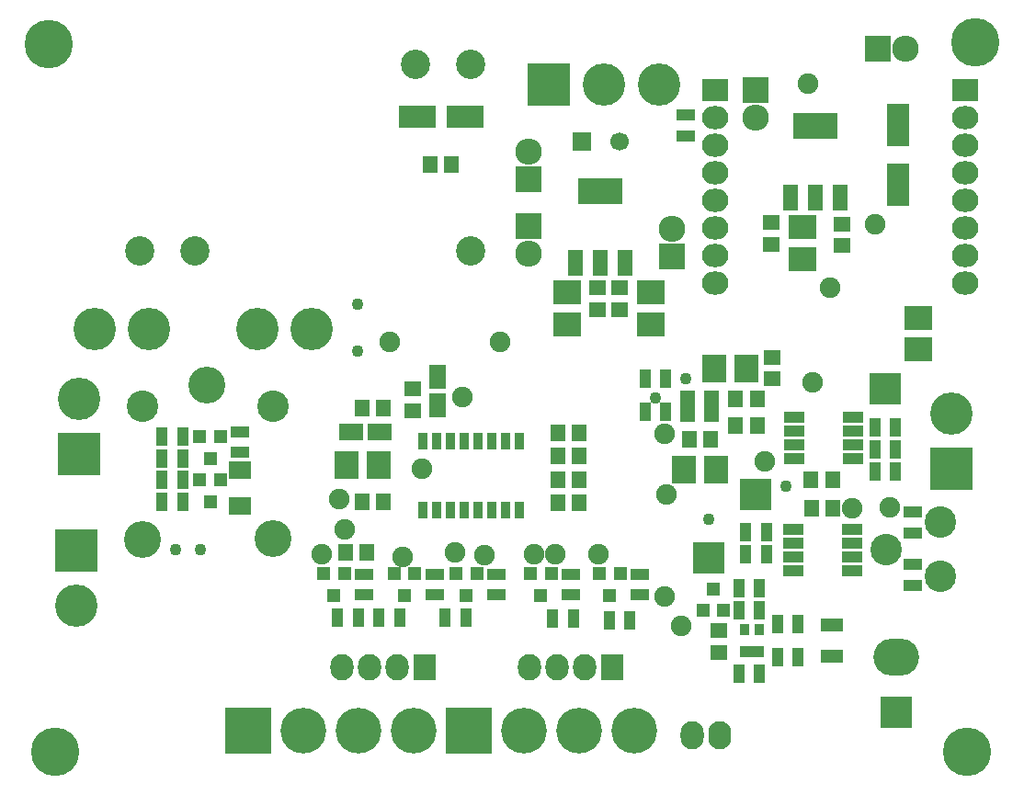
<source format=gbr>
%TF.GenerationSoftware,KiCad,Pcbnew,4.0.2+dfsg1-stable*%
%TF.CreationDate,2019-03-06T22:27:55+01:00*%
%TF.ProjectId,v2,76322E6B696361645F70636200000000,rev?*%
%TF.FileFunction,Soldermask,Top*%
%FSLAX46Y46*%
G04 Gerber Fmt 4.6, Leading zero omitted, Abs format (unit mm)*
G04 Created by KiCad (PCBNEW 4.0.2+dfsg1-stable) date śro, 6 mar 2019, 22:27:55*
%MOMM*%
G01*
G04 APERTURE LIST*
%ADD10C,0.100000*%
%ADD11R,2.000200X3.999180*%
%ADD12R,3.900000X3.900000*%
%ADD13C,3.900000*%
%ADD14O,2.432000X2.127200*%
%ADD15R,2.432000X2.127200*%
%ADD16C,2.700000*%
%ADD17O,2.100000X2.600000*%
%ADD18O,2.120000X2.600000*%
%ADD19R,2.940000X2.940000*%
%ADD20R,2.630000X2.200000*%
%ADD21R,1.650000X1.400000*%
%ADD22R,1.400000X1.650000*%
%ADD23R,3.399740X2.000200*%
%ADD24R,2.200000X2.630000*%
%ADD25R,1.630000X2.200000*%
%ADD26R,2.200000X1.630000*%
%ADD27R,0.975000X1.000000*%
%ADD28R,2.050000X1.000000*%
%ADD29C,1.900000*%
%ADD30R,2.432000X2.432000*%
%ADD31O,2.432000X2.432000*%
%ADD32O,4.200000X3.400000*%
%ADD33C,4.210000*%
%ADD34R,4.210000X4.210000*%
%ADD35R,1.200100X1.200100*%
%ADD36R,1.100000X1.700000*%
%ADD37R,1.700000X1.100000*%
%ADD38R,2.100000X1.300000*%
%ADD39C,2.900000*%
%ADD40C,3.400000*%
%ADD41C,2.899360*%
%ADD42R,4.057600X2.432000*%
%ADD43R,1.416000X2.432000*%
%ADD44R,0.806400X1.060400*%
%ADD45R,0.908000X1.543000*%
%ADD46R,1.950000X1.000000*%
%ADD47R,1.460000X1.050000*%
%ADD48R,2.127200X2.432000*%
%ADD49O,2.127200X2.432000*%
%ADD50C,4.464000*%
%ADD51C,1.700000*%
%ADD52R,1.700000X1.700000*%
%ADD53C,1.100000*%
G04 APERTURE END LIST*
D10*
D11*
X80620000Y-15720820D03*
X80620000Y-10219180D03*
D12*
X48450500Y-6540500D03*
D13*
X53530500Y-6540500D03*
X58610500Y-6540500D03*
D14*
X63811000Y-24844500D03*
X63811000Y-22304500D03*
X63811000Y-19764500D03*
X63811000Y-17224500D03*
X63811000Y-14684500D03*
X63811000Y-12144500D03*
X63811000Y-9604500D03*
D15*
X63811000Y-7064500D03*
X86811000Y-7064500D03*
D14*
X86811000Y-9604500D03*
X86811000Y-12144500D03*
X86811000Y-14684500D03*
X86811000Y-17224500D03*
X86811000Y-19764500D03*
X86811000Y-22304500D03*
X86811000Y-24844500D03*
D16*
X41275000Y-21844000D03*
X10795000Y-21844000D03*
X15875000Y-21844000D03*
X41275000Y-4664000D03*
X36195000Y-4664000D03*
D17*
X64250000Y-66500000D03*
D18*
X61710000Y-66500000D03*
D12*
X5200000Y-40540000D03*
D13*
X5200000Y-35460000D03*
D12*
X5000000Y-49460000D03*
D13*
X5000000Y-54540000D03*
D19*
X67564000Y-44259500D03*
X79502000Y-34544000D03*
X63246000Y-50165000D03*
D20*
X57895000Y-28618000D03*
X57895000Y-25698000D03*
D21*
X75520000Y-19370000D03*
X75520000Y-21370000D03*
X54995000Y-25258000D03*
X54995000Y-27258000D03*
X68961000Y-19256500D03*
X68961000Y-21256500D03*
X52995000Y-25258000D03*
X52995000Y-27258000D03*
D20*
X71882000Y-22605500D03*
X71882000Y-19685500D03*
X50195000Y-28618000D03*
X50195000Y-25698000D03*
D22*
X37544500Y-13906500D03*
X39544500Y-13906500D03*
D23*
X36344860Y-9461500D03*
X40744140Y-9461500D03*
D22*
X49292000Y-38608000D03*
X51292000Y-38608000D03*
X49292000Y-40767000D03*
X51292000Y-40767000D03*
X49292000Y-42926000D03*
X51292000Y-42926000D03*
X49292000Y-45085000D03*
X51292000Y-45085000D03*
X31258000Y-36296600D03*
X33258000Y-36296600D03*
D24*
X29858000Y-41566000D03*
X32778000Y-41566000D03*
D21*
X35941000Y-34560000D03*
X35941000Y-36560000D03*
D25*
X38227000Y-33488000D03*
X38227000Y-36108000D03*
D26*
X30258000Y-38566000D03*
X32878000Y-38566000D03*
D22*
X65702500Y-35493500D03*
X67702500Y-35493500D03*
X65675000Y-37973000D03*
X67675000Y-37973000D03*
D24*
X66674500Y-32702500D03*
X63754500Y-32702500D03*
D22*
X61420500Y-39179500D03*
X63420500Y-39179500D03*
D24*
X63880500Y-41973500D03*
X60960500Y-41973500D03*
D21*
X69024500Y-31639000D03*
X69024500Y-33639000D03*
D20*
X82486500Y-30924000D03*
X82486500Y-28004000D03*
D21*
X64121000Y-56849000D03*
X64121000Y-58849000D03*
D22*
X72619000Y-42942000D03*
X74619000Y-42942000D03*
X74678000Y-45600000D03*
X72678000Y-45600000D03*
D27*
X20581500Y-42350000D03*
X19506500Y-42350000D03*
X20581500Y-45050000D03*
D28*
X20044000Y-45650000D03*
X20044000Y-41750000D03*
D27*
X19506500Y-45050000D03*
D13*
X21638260Y-29083000D03*
X26636980Y-29083000D03*
X11635740Y-29083000D03*
X6637020Y-29083000D03*
D29*
X33860740Y-30226000D03*
X44020740Y-30226000D03*
D30*
X67500500Y-7048500D03*
D31*
X67500500Y-9588500D03*
D19*
X80500000Y-64340000D03*
D32*
X80500000Y-59260000D03*
D33*
X46228000Y-66040000D03*
X51308000Y-66040000D03*
D34*
X41148000Y-66040000D03*
D33*
X56388000Y-66040000D03*
D12*
X85598000Y-41910000D03*
D13*
X85598000Y-36830000D03*
D30*
X78820000Y-3270000D03*
D31*
X81360000Y-3270000D03*
D35*
X18244000Y-38949240D03*
X16344000Y-38949240D03*
X17294000Y-40948220D03*
X18244000Y-42949240D03*
X16344000Y-42949240D03*
X17294000Y-44948220D03*
D36*
X14744000Y-38950000D03*
X12844000Y-38950000D03*
X14744000Y-44950000D03*
X12844000Y-44950000D03*
X12844000Y-40950000D03*
X14744000Y-40950000D03*
X12844000Y-42950000D03*
X14744000Y-42950000D03*
X40828000Y-55626000D03*
X38928000Y-55626000D03*
X50734000Y-55753000D03*
X48834000Y-55753000D03*
X55941000Y-55880000D03*
X54041000Y-55880000D03*
D37*
X50546000Y-53528000D03*
X50546000Y-51628000D03*
X56896000Y-53528000D03*
X56896000Y-51628000D03*
D38*
X74549000Y-59235000D03*
X74549000Y-56335000D03*
D36*
X69535000Y-59309000D03*
X71435000Y-59309000D03*
X69535000Y-56261000D03*
X71435000Y-56261000D03*
X65979000Y-60833000D03*
X67879000Y-60833000D03*
X65979000Y-54991000D03*
X67879000Y-54991000D03*
X65979000Y-52959000D03*
X67879000Y-52959000D03*
D37*
X61082000Y-9334000D03*
X61082000Y-11234000D03*
X82042000Y-47813000D03*
X82042000Y-45913000D03*
X82042000Y-50739000D03*
X82042000Y-52639000D03*
D36*
X57338000Y-36700000D03*
X59238000Y-36700000D03*
X57338000Y-33652000D03*
X59238000Y-33652000D03*
X80420000Y-38070000D03*
X78520000Y-38070000D03*
X78519000Y-40117000D03*
X80419000Y-40117000D03*
X68514000Y-49784000D03*
X66614000Y-49784000D03*
X68514000Y-47752000D03*
X66614000Y-47752000D03*
X80420000Y-42170000D03*
X78520000Y-42170000D03*
D37*
X20044000Y-38500000D03*
X20044000Y-40400000D03*
D39*
X23068000Y-36176500D03*
D40*
X23068000Y-48376500D03*
X11018000Y-48426500D03*
D39*
X11068000Y-36176500D03*
D40*
X17018000Y-34226500D03*
D41*
X79542640Y-49362360D03*
X84582000Y-51861720D03*
X84582000Y-46863000D03*
D42*
X73025000Y-10350500D03*
D43*
X73025000Y-16954500D03*
X75311000Y-16954500D03*
X70739000Y-16954500D03*
D42*
X53220000Y-16318000D03*
D43*
X53220000Y-22922000D03*
X55506000Y-22922000D03*
X50934000Y-22922000D03*
D44*
X66522600Y-58801000D03*
X67843400Y-58801000D03*
X67183000Y-58801000D03*
X67843400Y-56769000D03*
X66522600Y-56769000D03*
D45*
X36881000Y-39411000D03*
X39421000Y-39411000D03*
X40691000Y-39411000D03*
X41961000Y-39411000D03*
X43231000Y-39411000D03*
X44501000Y-39411000D03*
X45771000Y-39411000D03*
X45771000Y-45761000D03*
X44501000Y-45761000D03*
X43231000Y-45761000D03*
X41961000Y-45761000D03*
X40691000Y-45761000D03*
X39421000Y-45761000D03*
X38151000Y-45761000D03*
X36881000Y-45761000D03*
X38151000Y-39411000D03*
D46*
X76474000Y-40987000D03*
X76474000Y-39717000D03*
X76474000Y-38447000D03*
X76474000Y-37177000D03*
X71074000Y-37177000D03*
X71074000Y-38447000D03*
X71074000Y-39717000D03*
X71074000Y-40987000D03*
X71018000Y-47515000D03*
X71018000Y-48785000D03*
X71018000Y-50055000D03*
X71018000Y-51325000D03*
X76418000Y-51325000D03*
X76418000Y-50055000D03*
X76418000Y-48785000D03*
X76418000Y-47515000D03*
D47*
X63462500Y-37113500D03*
X63462500Y-36163500D03*
X63462500Y-35213500D03*
X61262500Y-35213500D03*
X61262500Y-37113500D03*
X61262500Y-36163500D03*
D35*
X41844000Y-51577240D03*
X39944000Y-51577240D03*
X40894000Y-53576220D03*
X55052000Y-51577240D03*
X53152000Y-51577240D03*
X54102000Y-53576220D03*
X48702000Y-51577240D03*
X46802000Y-51577240D03*
X47752000Y-53576220D03*
X62677000Y-54975760D03*
X64577000Y-54975760D03*
X63627000Y-52976780D03*
D30*
X46620000Y-15220000D03*
D31*
X46620000Y-12680000D03*
D30*
X59817000Y-22352000D03*
D31*
X59817000Y-19812000D03*
D30*
X46620000Y-19570000D03*
D31*
X46620000Y-22110000D03*
D22*
X31734000Y-49657000D03*
X29734000Y-49657000D03*
X33258000Y-44958000D03*
X31258000Y-44958000D03*
D35*
X29652000Y-51577240D03*
X27752000Y-51577240D03*
X28702000Y-53576220D03*
X36129000Y-51577240D03*
X34229000Y-51577240D03*
X35179000Y-53576220D03*
D33*
X25908000Y-66040000D03*
X30988000Y-66040000D03*
D34*
X20828000Y-66040000D03*
D33*
X36068000Y-66040000D03*
D48*
X54356000Y-60198000D03*
D49*
X51816000Y-60198000D03*
X49276000Y-60198000D03*
X46736000Y-60198000D03*
D48*
X37084000Y-60198000D03*
D49*
X34544000Y-60198000D03*
X32004000Y-60198000D03*
X29464000Y-60198000D03*
D36*
X29022000Y-55626000D03*
X30922000Y-55626000D03*
X32832000Y-55626000D03*
X34732000Y-55626000D03*
D37*
X31496000Y-53528000D03*
X31496000Y-51628000D03*
X37973000Y-53528000D03*
X37973000Y-51628000D03*
X43688000Y-53528000D03*
X43688000Y-51628000D03*
D50*
X87000000Y-68000000D03*
X3000000Y-68000000D03*
X2413000Y-2794000D03*
X87757000Y-2667000D03*
D51*
X55020000Y-11820000D03*
D52*
X51520000Y-11820000D03*
D29*
X59304000Y-44320000D03*
X79920000Y-45495000D03*
X74420000Y-25270000D03*
X72820000Y-33970000D03*
X78520000Y-19420000D03*
X68389500Y-41211500D03*
X60706000Y-56388000D03*
X36830000Y-41910000D03*
X59182000Y-53721000D03*
X49050000Y-49800000D03*
X42545000Y-49911000D03*
X29718000Y-47498000D03*
X72326500Y-6477000D03*
X29210000Y-44704000D03*
X59118500Y-38735000D03*
X76431500Y-45600000D03*
X40513000Y-35306000D03*
X53086000Y-49784000D03*
X39878000Y-49657000D03*
X47117000Y-49784000D03*
X27559000Y-49784000D03*
X35052000Y-50038000D03*
D53*
X14092000Y-49400000D03*
X30856000Y-31112000D03*
X30856000Y-26794000D03*
X16378000Y-49400000D03*
X63246000Y-46609000D03*
X70358000Y-43561000D03*
X58288000Y-35430000D03*
X61082000Y-33652000D03*
M02*

</source>
